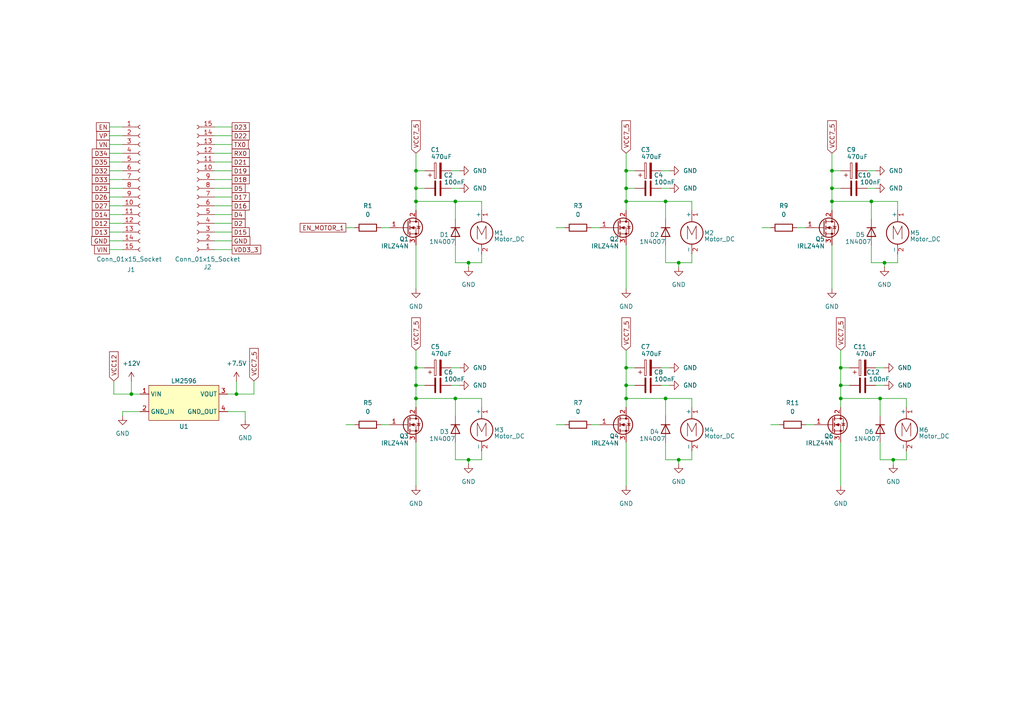
<source format=kicad_sch>
(kicad_sch (version 20231120) (generator "eeschema") (generator_version "8.0")
  (paper "A4")
  (lib_symbols
    (symbol "Connector:Conn_01x15_Socket" (pin_names (offset 1.016) hide)
      (property "Reference" "J" (at 0 20.32 0))
      (property "Value" "Conn_01x15_Socket" (at 0 -20.32 0))
      (symbol "Conn_01x15_Socket_1_1"
        (arc (start 0 -17.272) (mid -0.5058 -17.78) (end 0 -18.288) (stroke (width 0.1524)))
        (arc (start 0 -14.732) (mid -0.5058 -15.24) (end 0 -15.748) (stroke (width 0.1524)))
        (arc (start 0 -12.192) (mid -0.5058 -12.7) (end 0 -13.208) (stroke (width 0.1524)))
        (arc (start 0 -9.652) (mid -0.5058 -10.16) (end 0 -10.668) (stroke (width 0.1524)))
        (arc (start 0 -7.112) (mid -0.5058 -7.62) (end 0 -8.128) (stroke (width 0.1524)))
        (arc (start 0 -4.572) (mid -0.5058 -5.08) (end 0 -5.588) (stroke (width 0.1524)))
        (arc (start 0 -2.032) (mid -0.5058 -2.54) (end 0 -3.048) (stroke (width 0.1524)))
        (polyline (pts (xy -1.27 -17.78) (xy -0.508 -17.78)) (stroke (width 0.1524)))
        (polyline (pts (xy -1.27 -15.24) (xy -0.508 -15.24)) (stroke (width 0.1524)))
        (polyline (pts (xy -1.27 -12.7) (xy -0.508 -12.7)) (stroke (width 0.1524)))
        (polyline (pts (xy -1.27 -10.16) (xy -0.508 -10.16)) (stroke (width 0.1524)))
        (polyline (pts (xy -1.27 -7.62) (xy -0.508 -7.62)) (stroke (width 0.1524)))
        (polyline (pts (xy -1.27 -5.08) (xy -0.508 -5.08)) (stroke (width 0.1524)))
        (polyline (pts (xy -1.27 -2.54) (xy -0.508 -2.54)) (stroke (width 0.1524)))
        (polyline (pts (xy -1.27 0) (xy -0.508 0)) (stroke (width 0.1524)))
        (polyline (pts (xy -1.27 2.54) (xy -0.508 2.54)) (stroke (width 0.1524)))
        (polyline (pts (xy -1.27 5.08) (xy -0.508 5.08)) (stroke (width 0.1524)))
        (polyline (pts (xy -1.27 7.62) (xy -0.508 7.62)) (stroke (width 0.1524)))
        (polyline (pts (xy -1.27 10.16) (xy -0.508 10.16)) (stroke (width 0.1524)))
        (polyline (pts (xy -1.27 12.7) (xy -0.508 12.7)) (stroke (width 0.1524)))
        (polyline (pts (xy -1.27 15.24) (xy -0.508 15.24)) (stroke (width 0.1524)))
        (polyline (pts (xy -1.27 17.78) (xy -0.508 17.78)) (stroke (width 0.1524)))
        (arc (start 0 0.508) (mid -0.5058 0) (end 0 -0.508) (stroke (width 0.1524)))
        (arc (start 0 3.048) (mid -0.5058 2.54) (end 0 2.032) (stroke (width 0.1524)))
        (arc (start 0 5.588) (mid -0.5058 5.08) (end 0 4.572) (stroke (width 0.1524)))
        (arc (start 0 8.128) (mid -0.5058 7.62) (end 0 7.112) (stroke (width 0.1524)))
        (arc (start 0 10.668) (mid -0.5058 10.16) (end 0 9.652) (stroke (width 0.1524)))
        (arc (start 0 13.208) (mid -0.5058 12.7) (end 0 12.192) (stroke (width 0.1524)))
        (arc (start 0 15.748) (mid -0.5058 15.24) (end 0 14.732) (stroke (width 0.1524)))
        (arc (start 0 18.288) (mid -0.5058 17.78) (end 0 17.272) (stroke (width 0.1524)))
        (pin passive line (at -5.08 17.78 0) (length 3.81) (name "Pin_1") (number "1"))
        (pin passive line (at -5.08 -5.08 0) (length 3.81) (name "Pin_10") (number "10"))
        (pin passive line (at -5.08 -7.62 0) (length 3.81) (name "Pin_11") (number "11"))
        (pin passive line (at -5.08 -10.16 0) (length 3.81) (name "Pin_12") (number "12"))
        (pin passive line (at -5.08 -12.7 0) (length 3.81) (name "Pin_13") (number "13"))
        (pin passive line (at -5.08 -15.24 0) (length 3.81) (name "Pin_14") (number "14"))
        (pin passive line (at -5.08 -17.78 0) (length 3.81) (name "Pin_15") (number "15"))
        (pin passive line (at -5.08 15.24 0) (length 3.81) (name "Pin_2") (number "2"))
        (pin passive line (at -5.08 12.7 0) (length 3.81) (name "Pin_3") (number "3"))
        (pin passive line (at -5.08 10.16 0) (length 3.81) (name "Pin_4") (number "4"))
        (pin passive line (at -5.08 7.62 0) (length 3.81) (name "Pin_5") (number "5"))
        (pin passive line (at -5.08 5.08 0) (length 3.81) (name "Pin_6") (number "6"))
        (pin passive line (at -5.08 2.54 0) (length 3.81) (name "Pin_7") (number "7"))
        (pin passive line (at -5.08 0 0) (length 3.81) (name "Pin_8") (number "8"))
        (pin passive line (at -5.08 -2.54 0) (length 3.81) (name "Pin_9") (number "9"))
      )
    )
    (symbol "Device:C" (pin_numbers hide) (pin_names (offset 0.254))
      (property "Reference" "C" (at 0.635 2.54 0))
      (property "Value" "C" (at 0.635 -2.54 0))
      (symbol "C_0_1"
        (polyline (pts (xy -2.032 -0.762) (xy 2.032 -0.762)) (stroke (width 0.508)))
        (polyline (pts (xy -2.032 0.762) (xy 2.032 0.762)) (stroke (width 0.508)))
      )
      (symbol "C_1_1"
        (pin passive line (at 0 3.81 270) (length 2.794) (name "~") (number "1"))
        (pin passive line (at 0 -3.81 90) (length 2.794) (name "~") (number "2"))
      )
    )
    (symbol "Device:C_Polarized" (pin_numbers hide) (pin_names (offset 0.254))
      (property "Reference" "C" (at 0.635 2.54 0))
      (property "Value" "C_Polarized" (at 0.635 -2.54 0))
      (symbol "C_Polarized_0_1"
        (rectangle (start -2.286 0.508) (end 2.286 1.016))
        (polyline (pts (xy -1.778 2.286) (xy -0.762 2.286)))
        (polyline (pts (xy -1.27 2.794) (xy -1.27 1.778)))
        (rectangle (start 2.286 -0.508) (end -2.286 -1.016) (fill (type outline)))
      )
      (symbol "C_Polarized_1_1"
        (pin passive line (at 0 3.81 270) (length 2.794) (name "~") (number "1"))
        (pin passive line (at 0 -3.81 90) (length 2.794) (name "~") (number "2"))
      )
    )
    (symbol "Device:R" (pin_numbers hide) (pin_names (offset 0))
      (property "Reference" "R" (at 2.032 0 90))
      (property "Value" "R" (at 0 0 90))
      (symbol "R_0_1"
        (rectangle (start -1.016 -2.54) (end 1.016 2.54) (stroke (width 0.254)))
      )
      (symbol "R_1_1"
        (pin passive line (at 0 3.81 270) (length 1.27) (name "~") (number "1"))
        (pin passive line (at 0 -3.81 90) (length 1.27) (name "~") (number "2"))
      )
    )
    (symbol "Diode:1N4007" (pin_numbers hide) (pin_names hide)
      (property "Reference" "D" (at 0 2.54 0))
      (property "Value" "1N4007" (at 0 -2.54 0))
      (symbol "1N4007_0_1"
        (polyline (pts (xy -1.27 1.27) (xy -1.27 -1.27)) (stroke (width 0.254)))
        (polyline (pts (xy 1.27 0) (xy -1.27 0)))
        (polyline (pts (xy 1.27 1.27) (xy 1.27 -1.27) (xy -1.27 0) (xy 1.27 1.27)) (stroke (width 0.254)))
      )
      (symbol "1N4007_1_1"
        (pin passive line (at -3.81 0 0) (length 2.54) (name "K") (number "1"))
        (pin passive line (at 3.81 0 180) (length 2.54) (name "A") (number "2"))
      )
    )
    (symbol "Generic:Module_LM2596"
      (property "Reference" "U1" (at 0 8.89 0))
      (property "Value" "LM2596" (at 0 6.35 0))
      (symbol "Module_LM2596_1_1"
        (rectangle (start -10.16 5.08) (end 10.16 -5.08) (fill (type background)))
        (pin input line (at -12.7 2.54 0) (length 2.54) (name "VIN") (number "1"))
        (pin passive line (at -12.7 -2.54 0) (length 2.54) (name "GND_IN") (number "2"))
        (pin output line (at 12.7 2.54 180) (length 2.54) (name "VOUT") (number "3"))
        (pin passive line (at 12.7 -2.54 180) (length 2.54) (name "GND_OUT") (number "4"))
      )
    )
    (symbol "Motor:Motor_DC" (pin_names (offset 0))
      (property "Reference" "M" (at 2.54 2.54 0))
      (property "Value" "Motor_DC" (at 2.54 -5.08 0))
      (symbol "Motor_DC_0_0"
        (polyline (pts (xy -1.27 -3.302) (xy -1.27 0.508) (xy 0 -2.032) (xy 1.27 0.508) (xy 1.27 -3.302)))
      )
      (symbol "Motor_DC_0_1"
        (circle (center 0 -1.524) (radius 3.2512) (stroke (width 0.254)))
        (polyline (pts (xy 0 -7.62) (xy 0 -7.112)))
        (polyline (pts (xy 0 -4.7752) (xy 0 -5.1816)))
        (polyline (pts (xy 0 1.7272) (xy 0 2.0828)))
        (polyline (pts (xy 0 2.032) (xy 0 2.54)))
      )
      (symbol "Motor_DC_1_1"
        (pin passive line (at 0 5.08 270) (length 2.54) (name "+") (number "1"))
        (pin passive line (at 0 -7.62 90) (length 2.54) (name "-") (number "2"))
      )
    )
    (symbol "Transistor_FET:IRLZ44N" (pin_names hide)
      (property "Reference" "Q" (at 5.08 1.905 0))
      (property "Value" "IRLZ44N" (at 5.08 0 0))
      (symbol "IRLZ44N_0_1"
        (polyline (pts (xy 0.254 0) (xy -2.54 0)))
        (polyline (pts (xy 0.254 1.905) (xy 0.254 -1.905)) (stroke (width 0.254)))
        (polyline (pts (xy 0.762 -1.27) (xy 0.762 -2.286)) (stroke (width 0.254)))
        (polyline (pts (xy 0.762 0.508) (xy 0.762 -0.508)) (stroke (width 0.254)))
        (polyline (pts (xy 0.762 2.286) (xy 0.762 1.27)) (stroke (width 0.254)))
        (polyline (pts (xy 2.54 2.54) (xy 2.54 1.778)))
        (polyline (pts (xy 2.54 -2.54) (xy 2.54 0) (xy 0.762 0)))
        (polyline (pts (xy 0.762 -1.778) (xy 3.302 -1.778) (xy 3.302 1.778) (xy 0.762 1.778)))
        (polyline (pts (xy 1.016 0) (xy 2.032 0.381) (xy 2.032 -0.381) (xy 1.016 0)) (fill (type outline)))
        (polyline (pts (xy 2.794 0.508) (xy 2.921 0.381) (xy 3.683 0.381) (xy 3.81 0.254)))
        (polyline (pts (xy 3.302 0.381) (xy 2.921 -0.254) (xy 3.683 -0.254) (xy 3.302 0.381)))
        (circle (center 1.651 0) (radius 2.794) (stroke (width 0.254)))
        (circle (center 2.54 -1.778) (radius 0.254) (fill (type outline)))
        (circle (center 2.54 1.778) (radius 0.254) (fill (type outline)))
      )
      (symbol "IRLZ44N_1_1"
        (pin input line (at -5.08 0 0) (length 2.54) (name "G") (number "1"))
        (pin passive line (at 2.54 5.08 270) (length 2.54) (name "D") (number "2"))
        (pin passive line (at 2.54 -5.08 90) (length 2.54) (name "S") (number "3"))
      )
    )
    (symbol "power:+12V" (power) (pin_numbers hide) (pin_names (offset 0) hide)
      (property "Value" "+12V" (at 0 3.556 0))
      (symbol "+12V_0_1"
        (polyline (pts (xy -0.762 1.27) (xy 0 2.54)))
        (polyline (pts (xy 0 0) (xy 0 2.54)))
        (polyline (pts (xy 0 2.54) (xy 0.762 1.27)))
      )
      (symbol "+12V_1_1"
        (pin power_in line (at 0 0 90) (length 0) (name "~") (number "1"))
      )
    )
    (symbol "power:+7.5V" (power) (pin_numbers hide) (pin_names (offset 0) hide)
      (property "Value" "+7.5V" (at 0 3.556 0))
      (symbol "+7.5V_0_1"
        (polyline (pts (xy -0.762 1.27) (xy 0 2.54)))
        (polyline (pts (xy 0 0) (xy 0 2.54)))
        (polyline (pts (xy 0 2.54) (xy 0.762 1.27)))
      )
      (symbol "+7.5V_1_1"
        (pin power_in line (at 0 0 90) (length 0) (name "~") (number "1"))
      )
    )
    (symbol "power:GND" (power) (pin_numbers hide) (pin_names (offset 0) hide)
      (property "Value" "GND" (at 0 -3.81 0))
      (symbol "GND_0_1"
        (polyline (pts (xy 0 0) (xy 0 -1.27) (xy 1.27 -1.27) (xy 0 -2.54) (xy -1.27 -1.27) (xy 0 -1.27)))
      )
      (symbol "GND_1_1"
        (pin power_in line (at 0 0 270) (length 0) (name "~") (number "1"))
      )
    )
  )
  (junction (at 241.3 54.61))
  (junction (at 181.61 58.42))
  (junction (at 193.04 115.57))
  (junction (at 241.3 49.53))
  (junction (at 256.54 76.2))
  (junction (at 181.61 54.61))
  (junction (at 196.85 133.35))
  (junction (at 243.84 115.57))
  (junction (at 243.84 106.68))
  (junction (at 181.61 115.57))
  (junction (at 181.61 49.53))
  (junction (at 243.84 111.76))
  (junction (at 135.89 76.2))
  (junction (at 120.65 115.57))
  (junction (at 252.73 58.42))
  (junction (at 120.65 54.61))
  (junction (at 193.04 58.42))
  (junction (at 259.08 133.35))
  (junction (at 120.65 106.68))
  (junction (at 38.1 114.3))
  (junction (at 255.27 115.57))
  (junction (at 196.85 76.2))
  (junction (at 120.65 111.76))
  (junction (at 241.3 58.42))
  (junction (at 120.65 58.42))
  (junction (at 135.89 133.35))
  (junction (at 68.58 114.3))
  (junction (at 132.08 58.42))
  (junction (at 120.65 49.53))
  (junction (at 132.08 115.57))
  (junction (at 181.61 106.68))
  (junction (at 181.61 111.76))
  (wire (pts (xy 31.75 54.61) (xy 35.56 54.61)))
  (wire (pts (xy 62.23 39.37) (xy 67.31 39.37)))
  (wire (pts (xy 135.89 76.2) (xy 139.7 76.2)))
  (wire (pts (xy 181.61 58.42) (xy 181.61 60.96)))
  (wire (pts (xy 139.7 76.2) (xy 139.7 73.66)))
  (wire (pts (xy 241.3 54.61) (xy 243.84 54.61)))
  (wire (pts (xy 191.77 54.61) (xy 194.31 54.61)))
  (wire (pts (xy 62.23 67.31) (xy 67.31 67.31)))
  (wire (pts (xy 193.04 120.65) (xy 193.04 115.57)))
  (wire (pts (xy 255.27 133.35) (xy 259.08 133.35)))
  (wire (pts (xy 135.89 133.35) (xy 135.89 134.62)))
  (wire (pts (xy 120.65 58.42) (xy 132.08 58.42)))
  (wire (pts (xy 31.75 44.45) (xy 35.56 44.45)))
  (wire (pts (xy 120.65 111.76) (xy 120.65 115.57)))
  (wire (pts (xy 262.89 115.57) (xy 255.27 115.57)))
  (wire (pts (xy 200.66 115.57) (xy 193.04 115.57)))
  (wire (pts (xy 68.58 110.49) (xy 68.58 114.3)))
  (wire (pts (xy 71.12 121.92) (xy 71.12 119.38)))
  (wire (pts (xy 110.49 123.19) (xy 113.03 123.19)))
  (wire (pts (xy 73.66 110.49) (xy 73.66 114.3)))
  (wire (pts (xy 120.65 106.68) (xy 123.19 106.68)))
  (wire (pts (xy 254 106.68) (xy 256.54 106.68)))
  (wire (pts (xy 233.68 123.19) (xy 236.22 123.19)))
  (wire (pts (xy 191.77 111.76) (xy 194.31 111.76)))
  (wire (pts (xy 193.04 128.27) (xy 193.04 133.35)))
  (wire (pts (xy 181.61 111.76) (xy 184.15 111.76)))
  (wire (pts (xy 241.3 49.53) (xy 241.3 54.61)))
  (wire (pts (xy 196.85 76.2) (xy 200.66 76.2)))
  (wire (pts (xy 262.89 130.81) (xy 262.89 133.35)))
  (wire (pts (xy 231.14 66.04) (xy 233.68 66.04)))
  (wire (pts (xy 31.75 59.69) (xy 35.56 59.69)))
  (wire (pts (xy 241.3 44.45) (xy 241.3 49.53)))
  (wire (pts (xy 31.75 46.99) (xy 35.56 46.99)))
  (wire (pts (xy 196.85 76.2) (xy 196.85 77.47)))
  (wire (pts (xy 120.65 71.12) (xy 120.65 83.82)))
  (wire (pts (xy 120.65 49.53) (xy 123.19 49.53)))
  (wire (pts (xy 100.33 66.04) (xy 102.87 66.04)))
  (wire (pts (xy 132.08 76.2) (xy 135.89 76.2)))
  (wire (pts (xy 62.23 44.45) (xy 67.31 44.45)))
  (wire (pts (xy 62.23 36.83) (xy 67.31 36.83)))
  (wire (pts (xy 200.66 76.2) (xy 200.66 73.66)))
  (wire (pts (xy 132.08 120.65) (xy 132.08 115.57)))
  (wire (pts (xy 193.04 133.35) (xy 196.85 133.35)))
  (wire (pts (xy 243.84 106.68) (xy 243.84 111.76)))
  (wire (pts (xy 181.61 58.42) (xy 193.04 58.42)))
  (wire (pts (xy 262.89 115.57) (xy 262.89 118.11)))
  (wire (pts (xy 259.08 133.35) (xy 259.08 134.62)))
  (wire (pts (xy 243.84 115.57) (xy 243.84 118.11)))
  (wire (pts (xy 130.81 111.76) (xy 133.35 111.76)))
  (wire (pts (xy 193.04 63.5) (xy 193.04 58.42)))
  (wire (pts (xy 120.65 58.42) (xy 120.65 60.96)))
  (wire (pts (xy 135.89 133.35) (xy 139.7 133.35)))
  (wire (pts (xy 120.65 106.68) (xy 120.65 111.76)))
  (wire (pts (xy 62.23 41.91) (xy 67.31 41.91)))
  (wire (pts (xy 62.23 52.07) (xy 67.31 52.07)))
  (wire (pts (xy 35.56 119.38) (xy 40.64 119.38)))
  (wire (pts (xy 139.7 115.57) (xy 132.08 115.57)))
  (wire (pts (xy 256.54 76.2) (xy 260.35 76.2)))
  (wire (pts (xy 259.08 133.35) (xy 262.89 133.35)))
  (wire (pts (xy 181.61 49.53) (xy 181.61 54.61)))
  (wire (pts (xy 251.46 54.61) (xy 254 54.61)))
  (wire (pts (xy 130.81 106.68) (xy 133.35 106.68)))
  (wire (pts (xy 181.61 54.61) (xy 181.61 58.42)))
  (wire (pts (xy 120.65 49.53) (xy 120.65 54.61)))
  (wire (pts (xy 241.3 58.42) (xy 241.3 60.96)))
  (wire (pts (xy 161.29 66.04) (xy 163.83 66.04)))
  (wire (pts (xy 181.61 111.76) (xy 181.61 115.57)))
  (wire (pts (xy 181.61 106.68) (xy 184.15 106.68)))
  (wire (pts (xy 260.35 58.42) (xy 252.73 58.42)))
  (wire (pts (xy 132.08 133.35) (xy 135.89 133.35)))
  (wire (pts (xy 31.75 57.15) (xy 35.56 57.15)))
  (wire (pts (xy 135.89 76.2) (xy 135.89 77.47)))
  (wire (pts (xy 181.61 106.68) (xy 181.61 111.76)))
  (wire (pts (xy 243.84 111.76) (xy 246.38 111.76)))
  (wire (pts (xy 220.98 66.04) (xy 223.52 66.04)))
  (wire (pts (xy 62.23 49.53) (xy 67.31 49.53)))
  (wire (pts (xy 33.02 110.49) (xy 33.02 114.3)))
  (wire (pts (xy 120.65 54.61) (xy 120.65 58.42)))
  (wire (pts (xy 171.45 123.19) (xy 173.99 123.19)))
  (wire (pts (xy 243.84 111.76) (xy 243.84 115.57)))
  (wire (pts (xy 31.75 39.37) (xy 35.56 39.37)))
  (wire (pts (xy 255.27 128.27) (xy 255.27 133.35)))
  (wire (pts (xy 31.75 49.53) (xy 35.56 49.53)))
  (wire (pts (xy 252.73 76.2) (xy 256.54 76.2)))
  (wire (pts (xy 130.81 49.53) (xy 133.35 49.53)))
  (wire (pts (xy 31.75 72.39) (xy 35.56 72.39)))
  (wire (pts (xy 193.04 76.2) (xy 196.85 76.2)))
  (wire (pts (xy 171.45 66.04) (xy 173.99 66.04)))
  (wire (pts (xy 130.81 54.61) (xy 133.35 54.61)))
  (wire (pts (xy 62.23 64.77) (xy 67.31 64.77)))
  (wire (pts (xy 33.02 114.3) (xy 38.1 114.3)))
  (wire (pts (xy 132.08 128.27) (xy 132.08 133.35)))
  (wire (pts (xy 200.66 60.96) (xy 200.66 58.42)))
  (wire (pts (xy 31.75 41.91) (xy 35.56 41.91)))
  (wire (pts (xy 120.65 44.45) (xy 120.65 49.53)))
  (wire (pts (xy 62.23 54.61) (xy 67.31 54.61)))
  (wire (pts (xy 181.61 49.53) (xy 184.15 49.53)))
  (wire (pts (xy 38.1 114.3) (xy 40.64 114.3)))
  (wire (pts (xy 200.66 58.42) (xy 193.04 58.42)))
  (wire (pts (xy 31.75 62.23) (xy 35.56 62.23)))
  (wire (pts (xy 62.23 72.39) (xy 67.31 72.39)))
  (wire (pts (xy 241.3 54.61) (xy 241.3 58.42)))
  (wire (pts (xy 31.75 67.31) (xy 35.56 67.31)))
  (wire (pts (xy 223.52 123.19) (xy 226.06 123.19)))
  (wire (pts (xy 191.77 106.68) (xy 194.31 106.68)))
  (wire (pts (xy 120.65 101.6) (xy 120.65 106.68)))
  (wire (pts (xy 196.85 133.35) (xy 200.66 133.35)))
  (wire (pts (xy 100.33 123.19) (xy 102.87 123.19)))
  (wire (pts (xy 191.77 49.53) (xy 194.31 49.53)))
  (wire (pts (xy 35.56 120.65) (xy 35.56 119.38)))
  (wire (pts (xy 120.65 54.61) (xy 123.19 54.61)))
  (wire (pts (xy 260.35 73.66) (xy 260.35 76.2)))
  (wire (pts (xy 181.61 128.27) (xy 181.61 140.97)))
  (wire (pts (xy 181.61 101.6) (xy 181.61 106.68)))
  (wire (pts (xy 255.27 120.65) (xy 255.27 115.57)))
  (wire (pts (xy 73.66 114.3) (xy 68.58 114.3)))
  (wire (pts (xy 251.46 49.53) (xy 254 49.53)))
  (wire (pts (xy 200.66 133.35) (xy 200.66 130.81)))
  (wire (pts (xy 243.84 106.68) (xy 246.38 106.68)))
  (wire (pts (xy 181.61 54.61) (xy 184.15 54.61)))
  (wire (pts (xy 252.73 71.12) (xy 252.73 76.2)))
  (wire (pts (xy 62.23 59.69) (xy 67.31 59.69)))
  (wire (pts (xy 260.35 58.42) (xy 260.35 60.96)))
  (wire (pts (xy 132.08 63.5) (xy 132.08 58.42)))
  (wire (pts (xy 241.3 49.53) (xy 243.84 49.53)))
  (wire (pts (xy 120.65 115.57) (xy 120.65 118.11)))
  (wire (pts (xy 139.7 133.35) (xy 139.7 130.81)))
  (wire (pts (xy 161.29 123.19) (xy 163.83 123.19)))
  (wire (pts (xy 139.7 60.96) (xy 139.7 58.42)))
  (wire (pts (xy 181.61 115.57) (xy 193.04 115.57)))
  (wire (pts (xy 241.3 58.42) (xy 252.73 58.42)))
  (wire (pts (xy 120.65 128.27) (xy 120.65 140.97)))
  (wire (pts (xy 62.23 69.85) (xy 67.31 69.85)))
  (wire (pts (xy 31.75 69.85) (xy 35.56 69.85)))
  (wire (pts (xy 62.23 62.23) (xy 67.31 62.23)))
  (wire (pts (xy 62.23 46.99) (xy 67.31 46.99)))
  (wire (pts (xy 68.58 114.3) (xy 66.04 114.3)))
  (wire (pts (xy 256.54 76.2) (xy 256.54 77.47)))
  (wire (pts (xy 139.7 58.42) (xy 132.08 58.42)))
  (wire (pts (xy 243.84 115.57) (xy 255.27 115.57)))
  (wire (pts (xy 120.65 115.57) (xy 132.08 115.57)))
  (wire (pts (xy 31.75 52.07) (xy 35.56 52.07)))
  (wire (pts (xy 181.61 44.45) (xy 181.61 49.53)))
  (wire (pts (xy 132.08 71.12) (xy 132.08 76.2)))
  (wire (pts (xy 196.85 133.35) (xy 196.85 134.62)))
  (wire (pts (xy 181.61 115.57) (xy 181.61 118.11)))
  (wire (pts (xy 110.49 66.04) (xy 113.03 66.04)))
  (wire (pts (xy 243.84 101.6) (xy 243.84 106.68)))
  (wire (pts (xy 193.04 71.12) (xy 193.04 76.2)))
  (wire (pts (xy 139.7 118.11) (xy 139.7 115.57)))
  (wire (pts (xy 71.12 119.38) (xy 66.04 119.38)))
  (wire (pts (xy 200.66 118.11) (xy 200.66 115.57)))
  (wire (pts (xy 243.84 128.27) (xy 243.84 140.97)))
  (wire (pts (xy 31.75 36.83) (xy 35.56 36.83)))
  (wire (pts (xy 38.1 110.49) (xy 38.1 114.3)))
  (wire (pts (xy 31.75 64.77) (xy 35.56 64.77)))
  (wire (pts (xy 181.61 71.12) (xy 181.61 83.82)))
  (wire (pts (xy 120.65 111.76) (xy 123.19 111.76)))
  (wire (pts (xy 252.73 63.5) (xy 252.73 58.42)))
  (wire (pts (xy 62.23 57.15) (xy 67.31 57.15)))
  (wire (pts (xy 254 111.76) (xy 256.54 111.76)))
  (wire (pts (xy 241.3 71.12) (xy 241.3 83.82)))
  (global_label "D13" (shape passive) (at 31.75 67.31 180) (property "Intersheetrefs" "${INTERSHEET_REFS}" (effects (hide yes))))
  (global_label "VCC7_5" (shape input) (at 120.65 101.6 90) (property "Intersheetrefs" "${INTERSHEET_REFS}" (effects (hide yes))))
  (global_label "D18" (shape passive) (at 67.31 52.07 0) (property "Intersheetrefs" "${INTERSHEET_REFS}" (effects (hide yes))))
  (global_label "VCC7_5" (shape input) (at 241.3 44.45 90) (property "Intersheetrefs" "${INTERSHEET_REFS}" (effects (hide yes))))
  (global_label "EN_MOTOR_1" (shape passive) (at 100.33 66.04 180) (property "Intersheetrefs" "${INTERSHEET_REFS}" (effects (hide yes))))
  (global_label "VP" (shape passive) (at 31.75 39.37 180) (property "Intersheetrefs" "${INTERSHEET_REFS}" (effects (hide yes))))
  (global_label "D12" (shape passive) (at 31.75 64.77 180) (property "Intersheetrefs" "${INTERSHEET_REFS}" (effects (hide yes))))
  (global_label "D19" (shape passive) (at 67.31 49.53 0) (property "Intersheetrefs" "${INTERSHEET_REFS}" (effects (hide yes))))
  (global_label "VCC7_5" (shape input) (at 243.84 101.6 90) (property "Intersheetrefs" "${INTERSHEET_REFS}" (effects (hide yes))))
  (global_label "D33" (shape passive) (at 31.75 52.07 180) (property "Intersheetrefs" "${INTERSHEET_REFS}" (effects (hide yes))))
  (global_label "VCC12" (shape input) (at 33.02 110.49 90) (property "Intersheetrefs" "${INTERSHEET_REFS}" (effects (hide yes))))
  (global_label "D34" (shape passive) (at 31.75 44.45 180) (property "Intersheetrefs" "${INTERSHEET_REFS}" (effects (hide yes))))
  (global_label "RX0" (shape passive) (at 67.31 44.45 0) (property "Intersheetrefs" "${INTERSHEET_REFS}" (effects (hide yes))))
  (global_label "VDD3_3" (shape passive) (at 67.31 72.39 0) (property "Intersheetrefs" "${INTERSHEET_REFS}" (effects (hide yes))))
  (global_label "D25" (shape passive) (at 31.75 54.61 180) (property "Intersheetrefs" "${INTERSHEET_REFS}" (effects (hide yes))))
  (global_label "GND" (shape passive) (at 31.75 69.85 180) (property "Intersheetrefs" "${INTERSHEET_REFS}" (effects (hide yes))))
  (global_label "VCC7_5" (shape input) (at 120.65 44.45 90) (property "Intersheetrefs" "${INTERSHEET_REFS}" (effects (hide yes))))
  (global_label "GND" (shape passive) (at 67.31 69.85 0) (property "Intersheetrefs" "${INTERSHEET_REFS}" (effects (hide yes))))
  (global_label "VIN" (shape passive) (at 31.75 72.39 180) (property "Intersheetrefs" "${INTERSHEET_REFS}" (effects (hide yes))))
  (global_label "D27" (shape passive) (at 31.75 59.69 180) (property "Intersheetrefs" "${INTERSHEET_REFS}" (effects (hide yes))))
  (global_label "D17" (shape passive) (at 67.31 57.15 0) (property "Intersheetrefs" "${INTERSHEET_REFS}" (effects (hide yes))))
  (global_label "D23" (shape passive) (at 67.31 36.83 0) (property "Intersheetrefs" "${INTERSHEET_REFS}" (effects (hide yes))))
  (global_label "D15" (shape passive) (at 67.31 67.31 0) (property "Intersheetrefs" "${INTERSHEET_REFS}" (effects (hide yes))))
  (global_label "D26" (shape passive) (at 31.75 57.15 180) (property "Intersheetrefs" "${INTERSHEET_REFS}" (effects (hide yes))))
  (global_label "VCC7_5" (shape input) (at 181.61 44.45 90) (property "Intersheetrefs" "${INTERSHEET_REFS}" (effects (hide yes))))
  (global_label "D14" (shape passive) (at 31.75 62.23 180) (property "Intersheetrefs" "${INTERSHEET_REFS}" (effects (hide yes))))
  (global_label "VCC7_5" (shape input) (at 181.61 101.6 90) (property "Intersheetrefs" "${INTERSHEET_REFS}" (effects (hide yes))))
  (global_label "D35" (shape passive) (at 31.75 46.99 180) (property "Intersheetrefs" "${INTERSHEET_REFS}" (effects (hide yes))))
  (global_label "D16" (shape passive) (at 67.31 59.69 0) (property "Intersheetrefs" "${INTERSHEET_REFS}" (effects (hide yes))))
  (global_label "D2" (shape passive) (at 67.31 64.77 0) (property "Intersheetrefs" "${INTERSHEET_REFS}" (effects (hide yes))))
  (global_label "TX0" (shape passive) (at 67.31 41.91 0) (property "Intersheetrefs" "${INTERSHEET_REFS}" (effects (hide yes))))
  (global_label "EN" (shape passive) (at 31.75 36.83 180) (property "Intersheetrefs" "${INTERSHEET_REFS}" (effects (hide yes))))
  (global_label "D4" (shape passive) (at 67.31 62.23 0) (property "Intersheetrefs" "${INTERSHEET_REFS}" (effects (hide yes))))
  (global_label "VCC7_5" (shape input) (at 73.66 110.49 90) (property "Intersheetrefs" "${INTERSHEET_REFS}" (effects (hide yes))))
  (global_label "D22" (shape passive) (at 67.31 39.37 0) (property "Intersheetrefs" "${INTERSHEET_REFS}" (effects (hide yes))))
  (global_label "D32" (shape passive) (at 31.75 49.53 180) (property "Intersheetrefs" "${INTERSHEET_REFS}" (effects (hide yes))))
  (global_label "VN" (shape passive) (at 31.75 41.91 180) (property "Intersheetrefs" "${INTERSHEET_REFS}" (effects (hide yes))))
  (global_label "D21" (shape passive) (at 67.31 46.99 0) (property "Intersheetrefs" "${INTERSHEET_REFS}" (effects (hide yes))))
  (global_label "D5" (shape passive) (at 67.31 54.61 0) (property "Intersheetrefs" "${INTERSHEET_REFS}" (effects (hide yes))))
  (symbol (lib_id "power:GND") (at 256.54 111.76 90) (unit 1)
    (property "Reference" "#PWR23" (effects (hide yes)))
    (property "Value" "GND" (at 260.35 111.7599 90) (effects (justify right)))
    (property "Description" "Power symbol creates a global label with name \"GND\" , ground" (effects (hide yes)))
  )
  (symbol (lib_id "Diode:1N4007") (at 132.08 67.31 270) (unit 1)
    (property "Reference" "D1" (at 127.508 68.072 90) (effects (justify left)))
    (property "Value" "1N4007" (at 124.46 70.104 90) (effects (justify left)))
    (property "Footprint" "Diode_THT:D_DO-41_SOD81_P10.16mm_Horizontal" (effects (hide yes)))
    (property "Datasheet" "http://www.vishay.com/docs/88503/1n4001.pdf" (effects (hide yes)))
    (property "Description" "1000V 1A General Purpose Rectifier Diode, DO-41" (effects (hide yes)))
    (property "Sim.Device" "D" (effects (hide yes)))
    (property "Sim.Pins" "1=K 2=A" (effects (hide yes)))
  )
  (symbol (lib_id "power:+12V") (at 38.1 110.49 0) (unit 1)
    (property "Reference" "#PWR28" (effects (hide yes)))
    (property "Value" "+12V" (at 38.1 105.41 0))
    (property "Description" "Power symbol creates a global label with name \"+12V\"" (effects (hide yes)))
  )
  (symbol (lib_id "Device:C_Polarized") (at 187.96 49.53 90) (unit 1)
    (property "Reference" "C3" (at 187.198 43.434 90))
    (property "Value" "470uF" (at 188.976 45.466 90))
    (property "Description" "Polarized capacitor" (effects (hide yes)))
  )
  (symbol (lib_id "power:GND") (at 254 54.61 90) (unit 1)
    (property "Reference" "#PWR19" (effects (hide yes)))
    (property "Value" "GND" (at 257.81 54.6099 90) (effects (justify right)))
    (property "Description" "Power symbol creates a global label with name \"GND\" , ground" (effects (hide yes)))
  )
  (symbol (lib_id "power:GND") (at 243.84 140.97 0) (unit 1)
    (property "Reference" "#PWR21" (effects (hide yes)))
    (property "Value" "GND" (at 243.84 146.05 0))
    (property "Description" "Power symbol creates a global label with name \"GND\" , ground" (effects (hide yes)))
  )
  (symbol (lib_id "power:GND") (at 71.12 121.92 0) (unit 1)
    (property "Reference" "#PWR26" (effects (hide yes)))
    (property "Value" "GND" (at 71.12 127 0))
    (property "Description" "Power symbol creates a global label with name \"GND\" , ground" (effects (hide yes)))
  )
  (symbol (lib_id "Connector:Conn_01x15_Socket") (at 57.15 54.61 180) (unit 1)
    (property "Reference" "J2" (at 60.198 77.47 0))
    (property "Value" "Conn_01x15_Socket" (at 60.198 75.184 0))
    (property "Description" "Generic connector, single row, 01x15, script generated" (effects (hide yes)))
  )
  (symbol (lib_id "power:GND") (at 194.31 54.61 90) (unit 1)
    (property "Reference" "#PWR7" (effects (hide yes)))
    (property "Value" "GND" (at 198.12 54.6099 90) (effects (justify right)))
    (property "Description" "Power symbol creates a global label with name \"GND\" , ground" (effects (hide yes)))
  )
  (symbol (lib_id "power:GND") (at 196.85 77.47 0) (unit 1)
    (property "Reference" "#PWR8" (effects (hide yes)))
    (property "Value" "GND" (at 196.85 82.55 0))
    (property "Description" "Power symbol creates a global label with name \"GND\" , ground" (effects (hide yes)))
  )
  (symbol (lib_id "Diode:1N4007") (at 132.08 124.46 270) (unit 1)
    (property "Reference" "D3" (at 127.508 125.222 90) (effects (justify left)))
    (property "Value" "1N4007" (at 124.46 127.254 90) (effects (justify left)))
    (property "Footprint" "Diode_THT:D_DO-41_SOD81_P10.16mm_Horizontal" (effects (hide yes)))
    (property "Datasheet" "http://www.vishay.com/docs/88503/1n4001.pdf" (effects (hide yes)))
    (property "Description" "1000V 1A General Purpose Rectifier Diode, DO-41" (effects (hide yes)))
    (property "Sim.Device" "D" (effects (hide yes)))
    (property "Sim.Pins" "1=K 2=A" (effects (hide yes)))
  )
  (symbol (lib_id "Device:C_Polarized") (at 187.96 106.68 90) (unit 1)
    (property "Reference" "C7" (at 187.198 100.584 90))
    (property "Value" "470uF" (at 188.976 102.616 90))
    (property "Description" "Polarized capacitor" (effects (hide yes)))
  )
  (symbol (lib_id "power:GND") (at 196.85 134.62 0) (unit 1)
    (property "Reference" "#PWR16" (effects (hide yes)))
    (property "Value" "GND" (at 196.85 139.7 0))
    (property "Description" "Power symbol creates a global label with name \"GND\" , ground" (effects (hide yes)))
  )
  (symbol (lib_id "Device:R") (at 106.68 123.19 90) (unit 1)
    (property "Reference" "R5" (at 106.68 116.84 90))
    (property "Value" "0" (at 106.68 119.38 90))
    (property "Description" "Resistor" (effects (hide yes)))
  )
  (symbol (lib_id "power:GND") (at 120.65 83.82 0) (unit 1)
    (property "Reference" "#PWR1" (effects (hide yes)))
    (property "Value" "GND" (at 120.65 88.9 0))
    (property "Description" "Power symbol creates a global label with name \"GND\" , ground" (effects (hide yes)))
  )
  (symbol (lib_id "Transistor_FET:IRLZ44N") (at 241.3 123.19 0) (unit 1)
    (property "Reference" "Q6" (at 239.014 126.492 0) (effects (justify left)))
    (property "Value" "IRLZ44N" (at 233.68 128.524 0) (effects (justify left)))
    (property "Footprint" "Package_TO_SOT_THT:TO-220-3_Vertical" (effects (hide yes)))
    (property "Datasheet" "http://www.irf.com/product-info/datasheets/data/irlz44n.pdf" (effects (hide yes)))
    (property "Description" "47A Id, 55V Vds, 22mOhm Rds Single N-Channel HEXFET Power MOSFET, TO-220AB" (effects (hide yes)))
  )
  (symbol (lib_id "Motor:Motor_DC") (at 260.35 66.04 0) (unit 1)
    (property "Reference" "M5" (at 263.906 67.564 0) (effects (justify left)))
    (property "Value" "Motor_DC" (at 263.906 69.342 0) (effects (justify left)))
    (property "Description" "DC Motor" (effects (hide yes)))
  )
  (symbol (lib_id "Device:R") (at 229.87 123.19 90) (unit 1)
    (property "Reference" "R11" (at 229.87 116.84 90))
    (property "Value" "0" (at 229.87 119.38 90))
    (property "Description" "Resistor" (effects (hide yes)))
  )
  (symbol (lib_id "Diode:1N4007") (at 193.04 67.31 270) (unit 1)
    (property "Reference" "D2" (at 188.468 68.072 90) (effects (justify left)))
    (property "Value" "1N4007" (at 185.42 70.104 90) (effects (justify left)))
    (property "Footprint" "Diode_THT:D_DO-41_SOD81_P10.16mm_Horizontal" (effects (hide yes)))
    (property "Datasheet" "http://www.vishay.com/docs/88503/1n4001.pdf" (effects (hide yes)))
    (property "Description" "1000V 1A General Purpose Rectifier Diode, DO-41" (effects (hide yes)))
    (property "Sim.Device" "D" (effects (hide yes)))
    (property "Sim.Pins" "1=K 2=A" (effects (hide yes)))
  )
  (symbol (lib_id "Transistor_FET:IRLZ44N") (at 118.11 123.19 0) (unit 1)
    (property "Reference" "Q3" (at 115.824 126.492 0) (effects (justify left)))
    (property "Value" "IRLZ44N" (at 110.49 128.524 0) (effects (justify left)))
    (property "Footprint" "Package_TO_SOT_THT:TO-220-3_Vertical" (effects (hide yes)))
    (property "Datasheet" "http://www.irf.com/product-info/datasheets/data/irlz44n.pdf" (effects (hide yes)))
    (property "Description" "47A Id, 55V Vds, 22mOhm Rds Single N-Channel HEXFET Power MOSFET, TO-220AB" (effects (hide yes)))
  )
  (symbol (lib_id "power:GND") (at 194.31 49.53 90) (unit 1)
    (property "Reference" "#PWR6" (effects (hide yes)))
    (property "Value" "GND" (at 198.12 49.5299 90) (effects (justify right)))
    (property "Description" "Power symbol creates a global label with name \"GND\" , ground" (effects (hide yes)))
  )
  (symbol (lib_id "Device:C_Polarized") (at 127 106.68 90) (unit 1)
    (property "Reference" "C5" (at 126.238 100.584 90))
    (property "Value" "470uF" (at 128.016 102.616 90))
    (property "Description" "Polarized capacitor" (effects (hide yes)))
  )
  (symbol (lib_id "Transistor_FET:IRLZ44N") (at 118.11 66.04 0) (unit 1)
    (property "Reference" "Q1" (at 115.824 69.342 0) (effects (justify left)))
    (property "Value" "IRLZ44N" (at 110.49 71.374 0) (effects (justify left)))
    (property "Footprint" "Package_TO_SOT_THT:TO-220-3_Vertical" (effects (hide yes)))
    (property "Datasheet" "http://www.irf.com/product-info/datasheets/data/irlz44n.pdf" (effects (hide yes)))
    (property "Description" "47A Id, 55V Vds, 22mOhm Rds Single N-Channel HEXFET Power MOSFET, TO-220AB" (effects (hide yes)))
  )
  (symbol (lib_id "Diode:1N4007") (at 252.73 67.31 270) (unit 1)
    (property "Reference" "D5" (at 248.158 68.072 90) (effects (justify left)))
    (property "Value" "1N4007" (at 245.11 70.104 90) (effects (justify left)))
    (property "Footprint" "Diode_THT:D_DO-41_SOD81_P10.16mm_Horizontal" (effects (hide yes)))
    (property "Datasheet" "http://www.vishay.com/docs/88503/1n4001.pdf" (effects (hide yes)))
    (property "Description" "1000V 1A General Purpose Rectifier Diode, DO-41" (effects (hide yes)))
    (property "Sim.Device" "D" (effects (hide yes)))
    (property "Sim.Pins" "1=K 2=A" (effects (hide yes)))
  )
  (symbol (lib_id "power:GND") (at 135.89 134.62 0) (unit 1)
    (property "Reference" "#PWR12" (effects (hide yes)))
    (property "Value" "GND" (at 135.89 139.7 0))
    (property "Description" "Power symbol creates a global label with name \"GND\" , ground" (effects (hide yes)))
  )
  (symbol (lib_id "power:GND") (at 181.61 83.82 0) (unit 1)
    (property "Reference" "#PWR5" (effects (hide yes)))
    (property "Value" "GND" (at 181.61 88.9 0))
    (property "Description" "Power symbol creates a global label with name \"GND\" , ground" (effects (hide yes)))
  )
  (symbol (lib_id "Motor:Motor_DC") (at 139.7 123.19 0) (unit 1)
    (property "Reference" "M3" (at 143.256 124.714 0) (effects (justify left)))
    (property "Value" "Motor_DC" (at 143.256 126.492 0) (effects (justify left)))
    (property "Description" "DC Motor" (effects (hide yes)))
  )
  (symbol (lib_id "power:+7.5V") (at 68.58 110.49 0) (unit 1)
    (property "Reference" "#PWR27" (effects (hide yes)))
    (property "Value" "+7.5V" (at 68.58 105.41 0))
    (property "Description" "Power symbol creates a global label with name \"+7.5V\"" (effects (hide yes)))
  )
  (symbol (lib_id "power:GND") (at 120.65 140.97 0) (unit 1)
    (property "Reference" "#PWR9" (effects (hide yes)))
    (property "Value" "GND" (at 120.65 146.05 0))
    (property "Description" "Power symbol creates a global label with name \"GND\" , ground" (effects (hide yes)))
  )
  (symbol (lib_id "power:GND") (at 241.3 83.82 0) (unit 1)
    (property "Reference" "#PWR17" (effects (hide yes)))
    (property "Value" "GND" (at 241.3 88.9 0))
    (property "Description" "Power symbol creates a global label with name \"GND\" , ground" (effects (hide yes)))
  )
  (symbol (lib_id "power:GND") (at 133.35 49.53 90) (unit 1)
    (property "Reference" "#PWR3" (effects (hide yes)))
    (property "Value" "GND" (at 137.16 49.5299 90) (effects (justify right)))
    (property "Description" "Power symbol creates a global label with name \"GND\" , ground" (effects (hide yes)))
  )
  (symbol (lib_id "power:GND") (at 259.08 134.62 0) (unit 1)
    (property "Reference" "#PWR24" (effects (hide yes)))
    (property "Value" "GND" (at 259.08 139.7 0))
    (property "Description" "Power symbol creates a global label with name \"GND\" , ground" (effects (hide yes)))
  )
  (symbol (lib_id "power:GND") (at 256.54 106.68 90) (unit 1)
    (property "Reference" "#PWR22" (effects (hide yes)))
    (property "Value" "GND" (at 260.35 106.6799 90) (effects (justify right)))
    (property "Description" "Power symbol creates a global label with name \"GND\" , ground" (effects (hide yes)))
  )
  (symbol (lib_id "power:GND") (at 194.31 106.68 90) (unit 1)
    (property "Reference" "#PWR14" (effects (hide yes)))
    (property "Value" "GND" (at 198.12 106.6799 90) (effects (justify right)))
    (property "Description" "Power symbol creates a global label with name \"GND\" , ground" (effects (hide yes)))
  )
  (symbol (lib_id "Device:C") (at 187.96 54.61 90) (unit 1)
    (property "Reference" "C4" (at 191.008 50.8 90))
    (property "Value" "100nF" (at 192.786 52.832 90))
    (property "Description" "Unpolarized capacitor" (effects (hide yes)))
  )
  (symbol (lib_id "power:GND") (at 256.54 77.47 0) (unit 1)
    (property "Reference" "#PWR20" (effects (hide yes)))
    (property "Value" "GND" (at 256.54 82.55 0))
    (property "Description" "Power symbol creates a global label with name \"GND\" , ground" (effects (hide yes)))
  )
  (symbol (lib_id "power:GND") (at 194.31 111.76 90) (unit 1)
    (property "Reference" "#PWR15" (effects (hide yes)))
    (property "Value" "GND" (at 198.12 111.7599 90) (effects (justify right)))
    (property "Description" "Power symbol creates a global label with name \"GND\" , ground" (effects (hide yes)))
  )
  (symbol (lib_id "Connector:Conn_01x15_Socket") (at 40.64 54.61 0) (unit 1)
    (property "Reference" "J1" (at 36.83 78.232 0) (effects (justify left)))
    (property "Value" "Conn_01x15_Socket" (at 27.94 75.184 0) (effects (justify left)))
    (property "Description" "Generic connector, single row, 01x15, script generated" (effects (hide yes)))
  )
  (symbol (lib_id "Device:R") (at 227.33 66.04 90) (unit 1)
    (property "Reference" "R9" (at 227.33 59.69 90))
    (property "Value" "0" (at 227.33 62.23 90))
    (property "Description" "Resistor" (effects (hide yes)))
  )
  (symbol (lib_id "Device:C") (at 127 111.76 90) (unit 1)
    (property "Reference" "C6" (at 130.048 107.95 90))
    (property "Value" "100nF" (at 131.826 109.982 90))
    (property "Description" "Unpolarized capacitor" (effects (hide yes)))
  )
  (symbol (lib_id "Diode:1N4007") (at 193.04 124.46 270) (unit 1)
    (property "Reference" "D4" (at 188.468 125.222 90) (effects (justify left)))
    (property "Value" "1N4007" (at 185.42 127.254 90) (effects (justify left)))
    (property "Footprint" "Diode_THT:D_DO-41_SOD81_P10.16mm_Horizontal" (effects (hide yes)))
    (property "Datasheet" "http://www.vishay.com/docs/88503/1n4001.pdf" (effects (hide yes)))
    (property "Description" "1000V 1A General Purpose Rectifier Diode, DO-41" (effects (hide yes)))
    (property "Sim.Device" "D" (effects (hide yes)))
    (property "Sim.Pins" "1=K 2=A" (effects (hide yes)))
  )
  (symbol (lib_id "Device:R") (at 106.68 66.04 90) (unit 1)
    (property "Reference" "R1" (at 106.68 59.69 90))
    (property "Value" "0" (at 106.68 62.23 90))
    (property "Description" "Resistor" (effects (hide yes)))
  )
  (symbol (lib_id "Motor:Motor_DC") (at 200.66 66.04 0) (unit 1)
    (property "Reference" "M2" (at 204.216 67.564 0) (effects (justify left)))
    (property "Value" "Motor_DC" (at 204.216 69.342 0) (effects (justify left)))
    (property "Description" "DC Motor" (effects (hide yes)))
  )
  (symbol (lib_id "power:GND") (at 254 49.53 90) (unit 1)
    (property "Reference" "#PWR18" (effects (hide yes)))
    (property "Value" "GND" (at 257.81 49.5299 90) (effects (justify right)))
    (property "Description" "Power symbol creates a global label with name \"GND\" , ground" (effects (hide yes)))
  )
  (symbol (lib_id "Device:C") (at 250.19 111.76 90) (unit 1)
    (property "Reference" "C12" (at 253.238 107.95 90))
    (property "Value" "100nF" (at 255.016 109.982 90))
    (property "Description" "Unpolarized capacitor" (effects (hide yes)))
  )
  (symbol (lib_id "Diode:1N4007") (at 255.27 124.46 270) (unit 1)
    (property "Reference" "D6" (at 250.698 125.222 90) (effects (justify left)))
    (property "Value" "1N4007" (at 247.65 127.254 90) (effects (justify left)))
    (property "Footprint" "Diode_THT:D_DO-41_SOD81_P10.16mm_Horizontal" (effects (hide yes)))
    (property "Datasheet" "http://www.vishay.com/docs/88503/1n4001.pdf" (effects (hide yes)))
    (property "Description" "1000V 1A General Purpose Rectifier Diode, DO-41" (effects (hide yes)))
    (property "Sim.Device" "D" (effects (hide yes)))
    (property "Sim.Pins" "1=K 2=A" (effects (hide yes)))
  )
  (symbol (lib_id "Device:C") (at 187.96 111.76 90) (unit 1)
    (property "Reference" "C8" (at 191.008 107.95 90))
    (property "Value" "100nF" (at 192.786 109.982 90))
    (property "Description" "Unpolarized capacitor" (effects (hide yes)))
  )
  (symbol (lib_id "Device:C") (at 127 54.61 90) (unit 1)
    (property "Reference" "C2" (at 130.048 50.8 90))
    (property "Value" "100nF" (at 131.826 52.832 90))
    (property "Description" "Unpolarized capacitor" (effects (hide yes)))
  )
  (symbol (lib_id "Motor:Motor_DC") (at 200.66 123.19 0) (unit 1)
    (property "Reference" "M4" (at 204.216 124.714 0) (effects (justify left)))
    (property "Value" "Motor_DC" (at 204.216 126.492 0) (effects (justify left)))
    (property "Description" "DC Motor" (effects (hide yes)))
  )
  (symbol (lib_id "Device:C_Polarized") (at 127 49.53 90) (unit 1)
    (property "Reference" "C1" (at 126.238 43.434 90))
    (property "Value" "470uF" (at 128.016 45.466 90))
    (property "Description" "Polarized capacitor" (effects (hide yes)))
  )
  (symbol (lib_id "Transistor_FET:IRLZ44N") (at 238.76 66.04 0) (unit 1)
    (property "Reference" "Q5" (at 236.474 69.342 0) (effects (justify left)))
    (property "Value" "IRLZ44N" (at 231.14 71.374 0) (effects (justify left)))
    (property "Footprint" "Package_TO_SOT_THT:TO-220-3_Vertical" (effects (hide yes)))
    (property "Datasheet" "http://www.irf.com/product-info/datasheets/data/irlz44n.pdf" (effects (hide yes)))
    (property "Description" "47A Id, 55V Vds, 22mOhm Rds Single N-Channel HEXFET Power MOSFET, TO-220AB" (effects (hide yes)))
  )
  (symbol (lib_id "power:GND") (at 133.35 111.76 90) (unit 1)
    (property "Reference" "#PWR11" (effects (hide yes)))
    (property "Value" "GND" (at 137.16 111.7599 90) (effects (justify right)))
    (property "Description" "Power symbol creates a global label with name \"GND\" , ground" (effects (hide yes)))
  )
  (symbol (lib_id "power:GND") (at 181.61 140.97 0) (unit 1)
    (property "Reference" "#PWR13" (effects (hide yes)))
    (property "Value" "GND" (at 181.61 146.05 0))
    (property "Description" "Power symbol creates a global label with name \"GND\" , ground" (effects (hide yes)))
  )
  (symbol (lib_id "Motor:Motor_DC") (at 139.7 66.04 0) (unit 1)
    (property "Reference" "M1" (at 143.256 67.564 0) (effects (justify left)))
    (property "Value" "Motor_DC" (at 143.256 69.342 0) (effects (justify left)))
    (property "Description" "DC Motor" (effects (hide yes)))
  )
  (symbol (lib_id "power:GND") (at 133.35 54.61 90) (unit 1)
    (property "Reference" "#PWR4" (effects (hide yes)))
    (property "Value" "GND" (at 137.16 54.6099 90) (effects (justify right)))
    (property "Description" "Power symbol creates a global label with name \"GND\" , ground" (effects (hide yes)))
  )
  (symbol (lib_id "Device:C_Polarized") (at 247.65 49.53 90) (unit 1)
    (property "Reference" "C9" (at 246.888 43.434 90))
    (property "Value" "470uF" (at 248.666 45.466 90))
    (property "Description" "Polarized capacitor" (effects (hide yes)))
  )
  (symbol (lib_id "Motor:Motor_DC") (at 262.89 123.19 0) (unit 1)
    (property "Reference" "M6" (at 266.446 124.714 0) (effects (justify left)))
    (property "Value" "Motor_DC" (at 266.446 126.492 0) (effects (justify left)))
    (property "Description" "DC Motor" (effects (hide yes)))
  )
  (symbol (lib_id "Device:C_Polarized") (at 250.19 106.68 90) (unit 1)
    (property "Reference" "C11" (at 249.428 100.584 90))
    (property "Value" "470uF" (at 251.206 102.616 90))
    (property "Description" "Polarized capacitor" (effects (hide yes)))
  )
  (symbol (lib_id "power:GND") (at 135.89 77.47 0) (unit 1)
    (property "Reference" "#PWR2" (effects (hide yes)))
    (property "Value" "GND" (at 135.89 82.55 0))
    (property "Description" "Power symbol creates a global label with name \"GND\" , ground" (effects (hide yes)))
  )
  (symbol (lib_id "Device:R") (at 167.64 123.19 90) (unit 1)
    (property "Reference" "R7" (at 167.64 116.84 90))
    (property "Value" "0" (at 167.64 119.38 90))
    (property "Description" "Resistor" (effects (hide yes)))
  )
  (symbol (lib_id "power:GND") (at 133.35 106.68 90) (unit 1)
    (property "Reference" "#PWR10" (effects (hide yes)))
    (property "Value" "GND" (at 137.16 106.6799 90) (effects (justify right)))
    (property "Description" "Power symbol creates a global label with name \"GND\" , ground" (effects (hide yes)))
  )
  (symbol (lib_id "Generic:Module_LM2596") (at 53.34 116.84 0) (unit 1)
    (property "Reference" "U1" (at 53.34 123.698 0))
    (property "Value" "LM2596" (at 53.34 110.49 0))
  )
  (symbol (lib_id "Transistor_FET:IRLZ44N") (at 179.07 123.19 0) (unit 1)
    (property "Reference" "Q4" (at 176.784 126.492 0) (effects (justify left)))
    (property "Value" "IRLZ44N" (at 171.45 128.524 0) (effects (justify left)))
    (property "Footprint" "Package_TO_SOT_THT:TO-220-3_Vertical" (effects (hide yes)))
    (property "Datasheet" "http://www.irf.com/product-info/datasheets/data/irlz44n.pdf" (effects (hide yes)))
    (property "Description" "47A Id, 55V Vds, 22mOhm Rds Single N-Channel HEXFET Power MOSFET, TO-220AB" (effects (hide yes)))
  )
  (symbol (lib_id "Device:R") (at 167.64 66.04 90) (unit 1)
    (property "Reference" "R3" (at 167.64 59.69 90))
    (property "Value" "0" (at 167.64 62.23 90))
    (property "Description" "Resistor" (effects (hide yes)))
  )
  (symbol (lib_id "Transistor_FET:IRLZ44N") (at 179.07 66.04 0) (unit 1)
    (property "Reference" "Q2" (at 176.784 69.342 0) (effects (justify left)))
    (property "Value" "IRLZ44N" (at 171.45 71.374 0) (effects (justify left)))
    (property "Footprint" "Package_TO_SOT_THT:TO-220-3_Vertical" (effects (hide yes)))
    (property "Datasheet" "http://www.irf.com/product-info/datasheets/data/irlz44n.pdf" (effects (hide yes)))
    (property "Description" "47A Id, 55V Vds, 22mOhm Rds Single N-Channel HEXFET Power MOSFET, TO-220AB" (effects (hide yes)))
  )
  (symbol (lib_id "power:GND") (at 35.56 120.65 0) (unit 1)
    (property "Reference" "#PWR25" (effects (hide yes)))
    (property "Value" "GND" (at 35.56 125.73 0))
    (property "Description" "Power symbol creates a global label with name \"GND\" , ground" (effects (hide yes)))
  )
  (symbol (lib_id "Device:C") (at 247.65 54.61 90) (unit 1)
    (property "Reference" "C10" (at 250.698 50.8 90))
    (property "Value" "100nF" (at 252.476 52.832 90))
    (property "Description" "Unpolarized capacitor" (effects (hide yes)))
  )
)
</source>
